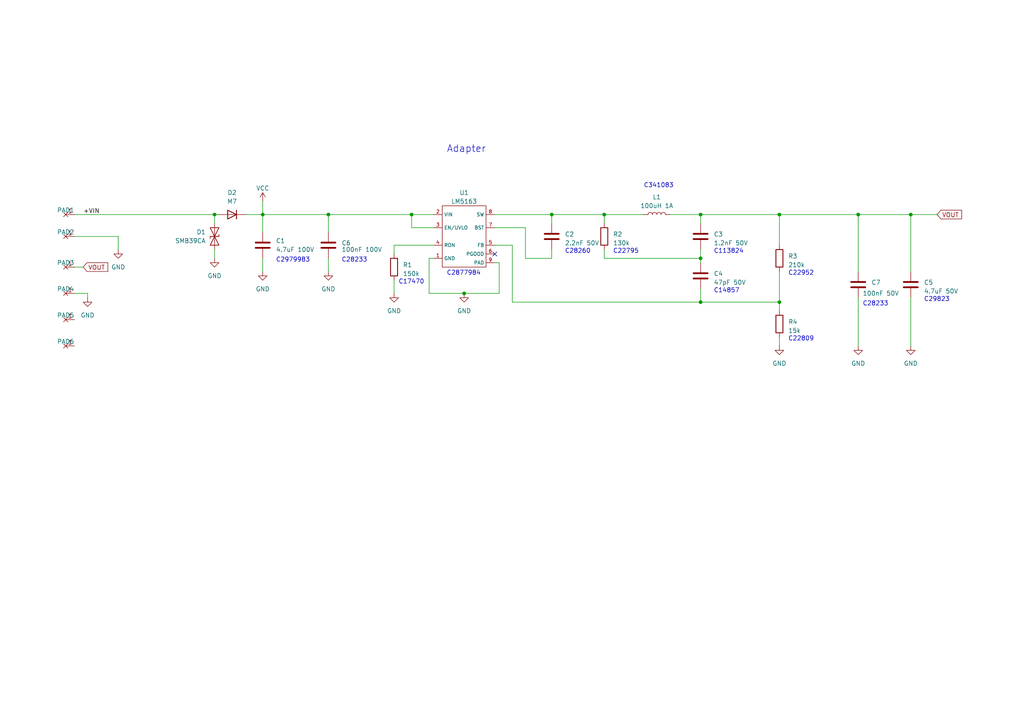
<source format=kicad_sch>
(kicad_sch (version 20230121) (generator eeschema)
  (paper "A4")
  (lib_symbols
    (symbol "1-Capacitor:C_0603" (pin_numbers hide) (pin_names (offset 0.254))
      (property "Reference" "C" (at 0.635 2.54 0))
      (property "Value" "C_0603" (at 0.635 -2.54 0))
      (symbol "C_0603_0_1"
        (polyline (pts (xy -2.032 -0.762) (xy 2.032 -0.762)) (stroke (width 0.508)))
        (polyline (pts (xy -2.032 0.762) (xy 2.032 0.762)) (stroke (width 0.508)))
      )
      (symbol "C_0603_1_1"
        (pin passive line (at 0 3.81 270) (length 2.794) (name "~") (number "1"))
        (pin passive line (at 0 -3.81 90) (length 2.794) (name "~") (number "2"))
      )
    )
    (symbol "1-Capacitor:C_0805" (pin_numbers hide) (pin_names (offset 0.254))
      (property "Reference" "C" (at 0.635 2.54 0))
      (property "Value" "C_0805" (at 0.635 -2.54 0))
      (symbol "C_0805_0_1"
        (polyline (pts (xy -2.032 -0.762) (xy 2.032 -0.762)) (stroke (width 0.508)))
        (polyline (pts (xy -2.032 0.762) (xy 2.032 0.762)) (stroke (width 0.508)))
      )
      (symbol "C_0805_1_1"
        (pin passive line (at 0 3.81 270) (length 2.794) (name "~") (number "1"))
        (pin passive line (at 0 -3.81 90) (length 2.794) (name "~") (number "2"))
      )
    )
    (symbol "1-Capacitor:C_1210" (pin_numbers hide) (pin_names (offset 0.254))
      (property "Reference" "C" (at 0.635 2.54 0))
      (property "Value" "C_1210" (at 0.635 -2.54 0))
      (symbol "C_1210_0_1"
        (polyline (pts (xy -2.032 -0.762) (xy 2.032 -0.762)) (stroke (width 0.508)))
        (polyline (pts (xy -2.032 0.762) (xy 2.032 0.762)) (stroke (width 0.508)))
      )
      (symbol "C_1210_1_1"
        (pin passive line (at 0 3.81 270) (length 2.794) (name "~") (number "1"))
        (pin passive line (at 0 -3.81 90) (length 2.794) (name "~") (number "2"))
      )
    )
    (symbol "1-Diode:M7" (pin_numbers hide) (pin_names hide)
      (property "Reference" "D" (at 0 2.54 0))
      (property "Value" "M7" (at 0 -2.54 0))
      (symbol "M7_0_1"
        (polyline (pts (xy -1.27 1.27) (xy -1.27 -1.27)) (stroke (width 0.254)))
        (polyline (pts (xy 1.27 0) (xy -1.27 0)))
        (polyline (pts (xy 1.27 1.27) (xy 1.27 -1.27) (xy -1.27 0) (xy 1.27 1.27)) (stroke (width 0.254)))
      )
      (symbol "M7_1_1"
        (pin passive line (at -3.81 0 0) (length 2.54) (name "K") (number "1"))
        (pin passive line (at 3.81 0 180) (length 2.54) (name "A") (number "2"))
      )
    )
    (symbol "1-Diode:SMB39CA" (pin_numbers hide) (pin_names (offset 1.016) hide)
      (property "Reference" "D" (at 0 2.54 0))
      (property "Value" "SMB39CA" (at 0 -2.54 0))
      (symbol "SMB39CA_0_1"
        (polyline (pts (xy 1.27 0) (xy -1.27 0)))
        (polyline (pts (xy -2.54 -1.27) (xy 0 0) (xy -2.54 1.27) (xy -2.54 -1.27)) (stroke (width 0.2032)))
        (polyline (pts (xy 0.508 1.27) (xy 0 1.27) (xy 0 -1.27) (xy -0.508 -1.27)) (stroke (width 0.2032)))
        (polyline (pts (xy 2.54 1.27) (xy 2.54 -1.27) (xy 0 0) (xy 2.54 1.27)) (stroke (width 0.2032)))
      )
      (symbol "SMB39CA_1_1"
        (pin passive line (at -3.81 0 0) (length 2.54) (name "A1") (number "1"))
        (pin passive line (at 3.81 0 180) (length 2.54) (name "A2") (number "2"))
      )
    )
    (symbol "1-IC-Regulator:LM5163"
      (property "Reference" "U" (at 0 11.43 0))
      (property "Value" "LM5163" (at 0 6.35 0))
      (symbol "LM5163_0_1"
        (rectangle (start -6.35 8.89) (end 6.35 -8.89))
      )
      (symbol "LM5163_1_1"
        (pin power_out line (at -8.89 -6.35 0) (length 2.54) (name "GND") (number "1"))
        (pin power_in line (at -8.89 6.35 0) (length 2.54) (name "VIN") (number "2"))
        (pin input line (at -8.89 2.54 0) (length 2.54) (name "EN/UVLO") (number "3"))
        (pin input line (at -8.89 -2.54 0) (length 2.54) (name "RON") (number "4"))
        (pin input line (at 8.89 -2.54 180) (length 2.54) (name "FB") (number "5"))
        (pin output line (at 8.89 -5.08 180) (length 2.54) (name "PGOOD") (number "6"))
        (pin input line (at 8.89 2.54 180) (length 2.54) (name "BST") (number "7"))
        (pin power_in line (at 8.89 6.35 180) (length 2.54) (name "SW") (number "8"))
        (pin unspecified line (at 8.89 -7.62 180) (length 2.54) (name "PAD") (number "9"))
      )
    )
    (symbol "1-Inductor:DR127" (pin_numbers hide) (pin_names (offset 1.016) hide)
      (property "Reference" "L" (at 0 -1.27 0))
      (property "Value" "DR127" (at 0 1.905 0))
      (symbol "DR127_0_1"
        (arc (start -1.27 0) (mid -1.905 0.6323) (end -2.54 0))
        (arc (start 0 0) (mid -0.635 0.6323) (end -1.27 0))
        (arc (start 1.27 0) (mid 0.635 0.6323) (end 0 0))
        (arc (start 2.54 0) (mid 1.905 0.6323) (end 1.27 0))
      )
      (symbol "DR127_1_1"
        (pin passive line (at -3.81 0 0) (length 1.27) (name "1") (number "1"))
        (pin passive line (at 3.81 0 180) (length 1.27) (name "2") (number "2"))
      )
    )
    (symbol "1-Pad:PAD_2.54_1.0"
      (property "Reference" "PAD" (at 0 2.54 0))
      (symbol "PAD_2.54_1.0_1_1"
        (pin unspecified non_logic (at 2.54 0 180) (length 2.54) (name "") (number "1"))
      )
    )
    (symbol "1-Resistor:R_0603" (pin_numbers hide) (pin_names (offset 0))
      (property "Reference" "R" (at 2.032 0 90))
      (property "Value" "R_0603" (at -2.54 0 90))
      (symbol "R_0603_0_1"
        (rectangle (start -1.016 -2.54) (end 1.016 2.54) (stroke (width 0.254)))
      )
      (symbol "R_0603_1_1"
        (pin passive line (at 0 3.81 270) (length 1.27) (name "~") (number "1"))
        (pin passive line (at 0 -3.81 90) (length 1.27) (name "~") (number "2"))
      )
    )
    (symbol "1-Resistor:R_0805" (pin_numbers hide) (pin_names (offset 0))
      (property "Reference" "R" (at 2.032 0 90))
      (property "Value" "R_0805" (at -2.54 0 90))
      (symbol "R_0805_0_1"
        (rectangle (start -1.016 -2.54) (end 1.016 2.54) (stroke (width 0.254)))
      )
      (symbol "R_0805_1_1"
        (pin passive line (at 0 3.81 270) (length 1.27) (name "~") (number "1"))
        (pin passive line (at 0 -3.81 90) (length 1.27) (name "~") (number "2"))
      )
    )
    (symbol "power:GND" (power) (pin_names (offset 0))
      (property "Value" "GND" (at 0 -3.81 0))
      (symbol "GND_0_1"
        (polyline (pts (xy 0 0) (xy 0 -1.27) (xy 1.27 -1.27) (xy 0 -2.54) (xy -1.27 -1.27) (xy 0 -1.27)))
      )
      (symbol "GND_1_1"
        (pin power_in line (at 0 0 270) (length 0) hide (name "GND") (number "1"))
      )
    )
    (symbol "power:VCC" (power) (pin_names (offset 0))
      (property "Value" "VCC" (at 0 3.81 0))
      (symbol "VCC_0_1"
        (polyline (pts (xy -0.762 1.27) (xy 0 2.54)))
        (polyline (pts (xy 0 0) (xy 0 2.54)))
        (polyline (pts (xy 0 2.54) (xy 0.762 1.27)))
      )
      (symbol "VCC_1_1"
        (pin power_in line (at 0 0 90) (length 0) hide (name "VCC") (number "1"))
      )
    )
  )
  (junction (at 226.06 87.63))
  (junction (at 203.2 87.63))
  (junction (at 119.38 62.23))
  (junction (at 264.16 62.23))
  (junction (at 175.26 62.23))
  (junction (at 248.92 62.23))
  (junction (at 76.2 62.23))
  (junction (at 160.02 62.23))
  (junction (at 95.25 62.23))
  (junction (at 203.2 74.93))
  (junction (at 134.62 85.09))
  (junction (at 203.2 62.23))
  (junction (at 62.23 62.23))
  (junction (at 226.06 62.23))
  (no_connect (at 143.51 73.66))
  (wire (pts (xy 226.06 62.23) (xy 248.92 62.23)))
  (wire (pts (xy 226.06 87.63) (xy 226.06 90.17)))
  (wire (pts (xy 148.59 87.63) (xy 203.2 87.63)))
  (wire (pts (xy 34.29 68.58) (xy 34.29 72.39)))
  (wire (pts (xy 76.2 58.42) (xy 76.2 62.23)))
  (wire (pts (xy 124.46 74.93) (xy 125.73 74.93)))
  (wire (pts (xy 62.23 62.23) (xy 63.5 62.23)))
  (wire (pts (xy 248.92 86.36) (xy 248.92 100.33)))
  (wire (pts (xy 152.4 66.04) (xy 143.51 66.04)))
  (wire (pts (xy 203.2 64.77) (xy 203.2 62.23)))
  (wire (pts (xy 160.02 74.93) (xy 152.4 74.93)))
  (wire (pts (xy 21.59 62.23) (xy 62.23 62.23)))
  (wire (pts (xy 160.02 72.39) (xy 160.02 74.93)))
  (wire (pts (xy 71.12 62.23) (xy 76.2 62.23)))
  (wire (pts (xy 114.3 81.28) (xy 114.3 85.09)))
  (wire (pts (xy 226.06 62.23) (xy 203.2 62.23)))
  (wire (pts (xy 95.25 62.23) (xy 95.25 67.31)))
  (wire (pts (xy 119.38 62.23) (xy 119.38 66.04)))
  (wire (pts (xy 148.59 71.12) (xy 148.59 87.63)))
  (wire (pts (xy 203.2 83.82) (xy 203.2 87.63)))
  (wire (pts (xy 25.4 85.09) (xy 25.4 86.36)))
  (wire (pts (xy 124.46 74.93) (xy 124.46 85.09)))
  (wire (pts (xy 143.51 76.2) (xy 144.78 76.2)))
  (wire (pts (xy 194.31 62.23) (xy 203.2 62.23)))
  (wire (pts (xy 143.51 71.12) (xy 148.59 71.12)))
  (wire (pts (xy 143.51 62.23) (xy 160.02 62.23)))
  (wire (pts (xy 160.02 62.23) (xy 175.26 62.23)))
  (wire (pts (xy 248.92 62.23) (xy 248.92 78.74)))
  (wire (pts (xy 62.23 62.23) (xy 62.23 64.77)))
  (wire (pts (xy 203.2 74.93) (xy 203.2 76.2)))
  (wire (pts (xy 21.59 85.09) (xy 25.4 85.09)))
  (wire (pts (xy 160.02 62.23) (xy 160.02 64.77)))
  (wire (pts (xy 21.59 68.58) (xy 34.29 68.58)))
  (wire (pts (xy 226.06 78.74) (xy 226.06 87.63)))
  (wire (pts (xy 203.2 72.39) (xy 203.2 74.93)))
  (wire (pts (xy 144.78 85.09) (xy 134.62 85.09)))
  (wire (pts (xy 95.25 74.93) (xy 95.25 78.74)))
  (wire (pts (xy 114.3 71.12) (xy 114.3 73.66)))
  (wire (pts (xy 119.38 66.04) (xy 125.73 66.04)))
  (wire (pts (xy 125.73 71.12) (xy 114.3 71.12)))
  (wire (pts (xy 226.06 71.12) (xy 226.06 62.23)))
  (wire (pts (xy 125.73 62.23) (xy 119.38 62.23)))
  (wire (pts (xy 76.2 74.93) (xy 76.2 78.74)))
  (wire (pts (xy 21.59 77.47) (xy 24.13 77.47)))
  (wire (pts (xy 175.26 62.23) (xy 186.69 62.23)))
  (wire (pts (xy 175.26 74.93) (xy 203.2 74.93)))
  (wire (pts (xy 175.26 62.23) (xy 175.26 64.77)))
  (wire (pts (xy 264.16 62.23) (xy 271.78 62.23)))
  (wire (pts (xy 144.78 76.2) (xy 144.78 85.09)))
  (wire (pts (xy 264.16 62.23) (xy 264.16 78.74)))
  (wire (pts (xy 95.25 62.23) (xy 119.38 62.23)))
  (wire (pts (xy 76.2 67.31) (xy 76.2 62.23)))
  (wire (pts (xy 124.46 85.09) (xy 134.62 85.09)))
  (wire (pts (xy 226.06 97.79) (xy 226.06 100.33)))
  (wire (pts (xy 62.23 72.39) (xy 62.23 74.93)))
  (wire (pts (xy 175.26 72.39) (xy 175.26 74.93)))
  (wire (pts (xy 152.4 74.93) (xy 152.4 66.04)))
  (wire (pts (xy 264.16 86.36) (xy 264.16 100.33)))
  (wire (pts (xy 203.2 87.63) (xy 226.06 87.63)))
  (wire (pts (xy 248.92 62.23) (xy 264.16 62.23)))
  (wire (pts (xy 76.2 62.23) (xy 95.25 62.23)))
  (text "C14857" (at 207.01 85.09 0) (effects (font (size 1.27 1.27)) (justify left bottom)))
  (text "C2979983" (at 80.01 76.2 0) (effects (font (size 1.27 1.27)) (justify left bottom)))
  (text "C22795" (at 177.8 73.66 0) (effects (font (size 1.27 1.27)) (justify left bottom)))
  (text "C22809" (at 228.6 99.06 0) (effects (font (size 1.27 1.27)) (justify left bottom)))
  (text "C29823" (at 267.97 87.63 0) (effects (font (size 1.27 1.27)) (justify left bottom)))
  (text "C28233" (at 250.19 88.9 0) (effects (font (size 1.27 1.27)) (justify left bottom)))
  (text "C22952" (at 228.6 80.01 0) (effects (font (size 1.27 1.27)) (justify left bottom)))
  (text "C17470" (at 115.57 82.55 0) (effects (font (size 1.27 1.27)) (justify left bottom)))
  (text "C28233" (at 99.06 76.2 0) (effects (font (size 1.27 1.27)) (justify left bottom)))
  (text "C341083" (at 186.69 54.61 0) (effects (font (size 1.27 1.27)) (justify left bottom)))
  (text "Adapter" (at 129.54 44.45 0) (effects (font (size 2 2)) (justify left bottom)))
  (text "C2877984" (at 129.54 80.01 0) (effects (font (size 1.27 1.27)) (justify left bottom)))
  (text "C113824" (at 207.01 73.66 0) (effects (font (size 1.27 1.27)) (justify left bottom)))
  (text "C28260" (at 163.83 73.66 0) (effects (font (size 1.27 1.27)) (justify left bottom)))
  (label "+VIN" (at 24.13 62.23 0))
  (global_label "VOUT" (shape input) (at 271.78 62.23 0) (property "Intersheetrefs" "${INTERSHEET_REFS}" (effects hide)))
  (global_label "VOUT" (shape input) (at 24.13 77.47 0) (property "Intersheetrefs" "${INTERSHEET_REFS}" (effects hide)))
  (symbol (lib_id "1-Resistor:R_0603") (at 226.06 74.93 0) (unit 1)
    (property "Reference" "R3" (at 228.6 74.295 0) (effects (justify left)))
    (property "Value" "210k" (at 228.6 76.835 0) (effects (justify left)))
    (property "Footprint" "1-Resistor:R_0603_1608Metric" (effects hide))
  )
  (symbol (lib_id "power:GND") (at 95.25 78.74 0) (unit 1)
    (property "Reference" "#PWR06" (effects hide))
    (property "Value" "GND" (at 95.25 83.82 0))
  )
  (symbol (lib_id "1-Capacitor:C_0805") (at 248.92 82.55 0) (unit 1)
    (property "Reference" "C7" (at 252.73 81.915 0) (effects (justify left)))
    (property "Value" "100nF 50V" (at 250.19 85.09 0) (effects (justify left)))
    (property "Footprint" "1-Capacitor:C_0805_2012Metric" (effects hide))
  )
  (symbol (lib_id "1-Resistor:R_0805") (at 114.3 77.47 0) (unit 1)
    (property "Reference" "R1" (at 116.84 76.835 0) (effects (justify left)))
    (property "Value" "150k" (at 116.84 79.375 0) (effects (justify left)))
    (property "Footprint" "1-Resistor:R_0805_2012Metric" (effects hide))
  )
  (symbol (lib_id "1-Inductor:DR127") (at 190.5 62.23 0) (unit 1)
    (property "Reference" "L1" (at 190.5 57.15 0))
    (property "Value" "100uH 1A" (at 190.5 59.69 0))
    (property "Footprint" "1-Inductor:L_8x8mm" (effects hide))
  )
  (symbol (lib_id "1-Capacitor:C_0805") (at 203.2 80.01 0) (unit 1)
    (property "Reference" "C4" (at 207.01 79.375 0) (effects (justify left)))
    (property "Value" "47pF 50V" (at 207.01 81.915 0) (effects (justify left)))
    (property "Footprint" "1-Capacitor:C_0805_2012Metric" (effects hide))
  )
  (symbol (lib_id "1-Diode:M7") (at 67.31 62.23 180) (unit 1)
    (property "Reference" "D2" (at 67.31 55.88 0))
    (property "Value" "M7" (at 67.31 58.42 0))
    (property "Footprint" "1-Diode:D_SMA" (effects hide))
    (property "Sim.Device" "D" (effects hide))
    (property "Sim.Pins" "1=K 2=A" (effects hide))
  )
  (symbol (lib_id "power:GND") (at 264.16 100.33 0) (unit 1)
    (property "Reference" "#PWR05" (effects hide))
    (property "Value" "GND" (at 264.16 105.41 0))
  )
  (symbol (lib_id "power:GND") (at 134.62 85.09 0) (unit 1)
    (property "Reference" "#PWR02" (effects hide))
    (property "Value" "GND" (at 134.62 90.17 0))
  )
  (symbol (lib_id "power:GND") (at 226.06 100.33 0) (unit 1)
    (property "Reference" "#PWR04" (effects hide))
    (property "Value" "GND" (at 226.06 105.41 0))
  )
  (symbol (lib_id "power:GND") (at 76.2 78.74 0) (unit 1)
    (property "Reference" "#PWR01" (effects hide))
    (property "Value" "GND" (at 76.2 83.82 0))
  )
  (symbol (lib_id "1-Capacitor:C_0805") (at 95.25 71.12 0) (unit 1)
    (property "Reference" "C6" (at 99.06 70.485 0) (effects (justify left)))
    (property "Value" "100nF 100V" (at 99.06 72.39 0) (effects (justify left)))
    (property "Footprint" "1-Capacitor:C_0805_2012Metric" (effects hide))
  )
  (symbol (lib_id "power:GND") (at 62.23 74.93 0) (unit 1)
    (property "Reference" "#PWR08" (effects hide))
    (property "Value" "GND" (at 62.23 80.01 0))
  )
  (symbol (lib_id "1-Resistor:R_0603") (at 175.26 68.58 0) (unit 1)
    (property "Reference" "R2" (at 177.8 67.945 0) (effects (justify left)))
    (property "Value" "130k" (at 177.8 70.485 0) (effects (justify left)))
    (property "Footprint" "1-Resistor:R_0603_1608Metric" (effects hide))
  )
  (symbol (lib_id "1-Pad:PAD_2.54_1.0") (at 19.05 100.33 0) (unit 1)
    (property "Reference" "PAD6" (at 19.05 99.06 0))
    (property "Value" "PAD_2.54_1.0" (effects hide))
    (property "Footprint" "1-Pad:PAD_2.54_1.0" (effects hide))
  )
  (symbol (lib_id "1-Pad:PAD_2.54_1.0") (at 19.05 92.71 0) (unit 1)
    (property "Reference" "PAD5" (at 19.05 91.44 0))
    (property "Value" "PAD_2.54_1.0" (effects hide))
    (property "Footprint" "1-Pad:PAD_2.54_1.0" (effects hide))
  )
  (symbol (lib_id "1-Capacitor:C_1210") (at 76.2 71.12 0) (unit 1)
    (property "Reference" "C1" (at 80.01 69.85 0) (effects (justify left)))
    (property "Value" "4.7uF 100V" (at 80.01 72.39 0) (effects (justify left)))
    (property "Footprint" "1-Capacitor:C_1210_3225Metric_Mod" (effects hide))
  )
  (symbol (lib_id "1-Capacitor:C_0805") (at 160.02 68.58 0) (unit 1)
    (property "Reference" "C2" (at 163.83 67.945 0) (effects (justify left)))
    (property "Value" "2.2nF 50V" (at 163.83 70.485 0) (effects (justify left)))
    (property "Footprint" "1-Capacitor:C_0805_2012Metric" (effects hide))
  )
  (symbol (lib_id "power:GND") (at 248.92 100.33 0) (unit 1)
    (property "Reference" "#PWR07" (effects hide))
    (property "Value" "GND" (at 248.92 105.41 0))
  )
  (symbol (lib_id "1-Pad:PAD_2.54_1.0") (at 19.05 85.09 0) (unit 1)
    (property "Reference" "PAD4" (at 19.05 83.82 0))
    (property "Value" "PAD_2.54_1.0" (effects hide))
    (property "Footprint" "1-Pad:PAD_2.54_1.0" (effects hide))
  )
  (symbol (lib_id "1-Capacitor:C_0603") (at 264.16 82.55 0) (unit 1)
    (property "Reference" "C5" (at 267.97 81.915 0) (effects (justify left)))
    (property "Value" "4.7uF 50V" (at 267.97 84.455 0) (effects (justify left)))
    (property "Footprint" "1-Capacitor:C_1206_3216Metric" (effects hide))
  )
  (symbol (lib_id "1-IC-Regulator:LM5163") (at 134.62 68.58 0) (unit 1)
    (property "Reference" "U1" (at 134.62 55.88 0))
    (property "Value" "LM5163" (at 134.62 58.42 0))
    (property "Footprint" "1-Package_SO:DDA0008E_M" (effects hide))
    (property "Datasheet" "https://www.ti.com/lit/ds/symlink/lm5163-q1.pdf?ts=1698636793010&ref_url=https%253A%252F%252Fwww.google.com%252F" (effects hide))
  )
  (symbol (lib_id "power:VCC") (at 76.2 58.42 0) (unit 1)
    (property "Reference" "#PWR09" (effects hide))
    (property "Value" "VCC" (at 76.2 54.61 0))
  )
  (symbol (lib_id "1-Capacitor:C_0805") (at 203.2 68.58 0) (unit 1)
    (property "Reference" "C3" (at 207.01 67.945 0) (effects (justify left)))
    (property "Value" "1.2nF 50V" (at 207.01 70.485 0) (effects (justify left)))
    (property "Footprint" "1-Capacitor:C_0805_2012Metric" (effects hide))
  )
  (symbol (lib_id "1-Pad:PAD_2.54_1.0") (at 19.05 77.47 0) (unit 1)
    (property "Reference" "PAD3" (at 19.05 76.2 0))
    (property "Value" "PAD_2.54_1.0" (effects hide))
    (property "Footprint" "1-Pad:PAD_2.54_1.0" (effects hide))
  )
  (symbol (lib_id "power:GND") (at 34.29 72.39 0) (unit 1)
    (property "Reference" "#PWR010" (effects hide))
    (property "Value" "GND" (at 34.29 77.47 0))
  )
  (symbol (lib_id "power:GND") (at 25.4 86.36 0) (unit 1)
    (property "Reference" "#PWR012" (effects hide))
    (property "Value" "GND" (at 25.4 91.44 0))
  )
  (symbol (lib_id "1-Pad:PAD_2.54_1.0") (at 19.05 62.23 0) (unit 1)
    (property "Reference" "PAD1" (at 19.05 60.96 0))
    (property "Value" "PAD_2.54_1.0" (effects hide))
    (property "Footprint" "1-Pad:PAD_2.54_1.0" (effects hide))
  )
  (symbol (lib_id "1-Pad:PAD_2.54_1.0") (at 19.05 68.58 0) (unit 1)
    (property "Reference" "PAD2" (at 19.05 67.31 0))
    (property "Value" "PAD_2.54_1.0" (effects hide))
    (property "Footprint" "1-Pad:PAD_2.54_1.0" (effects hide))
  )
  (symbol (lib_id "1-Resistor:R_0603") (at 226.06 93.98 0) (unit 1)
    (property "Reference" "R4" (at 228.6 93.345 0) (effects (justify left)))
    (property "Value" "15k" (at 228.6 95.885 0) (effects (justify left)))
    (property "Footprint" "1-Resistor:R_0603_1608Metric" (effects hide))
  )
  (symbol (lib_id "1-Diode:SMB39CA") (at 62.23 68.58 90) (mirror x) (unit 1)
    (property "Reference" "D1" (at 59.69 67.31 90) (effects (justify left)))
    (property "Value" "SMB39CA" (at 59.69 69.85 90) (effects (justify left)))
    (property "Footprint" "Diode_SMD:D_SMB" (effects hide))
    (property "Datasheet" "https://www.littelfuse.com/media?resourcetype=datasheets&itemid=75e32973-b177-4ee3-a0ff-cedaf1abdb93&filename=smaj-datasheet" (effects hide))
  )
  (symbol (lib_id "power:GND") (at 114.3 85.09 0) (unit 1)
    (property "Reference" "#PWR03" (effects hide))
    (property "Value" "GND" (at 114.3 90.17 0))
  )
)
</source>
